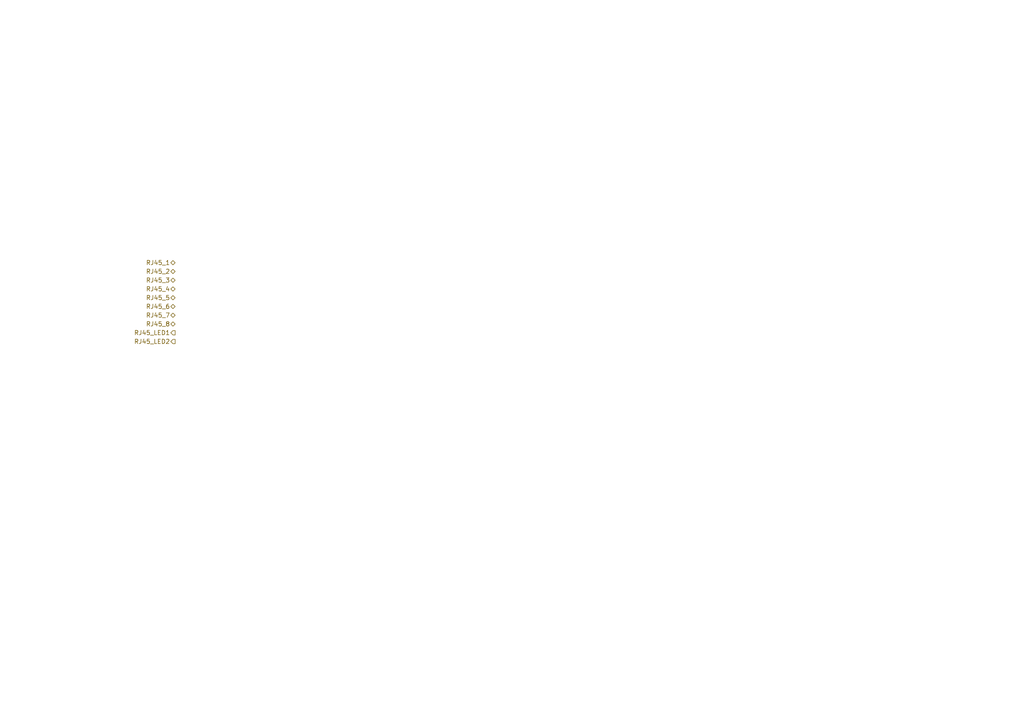
<source format=kicad_sch>
(kicad_sch
	(version 20231120)
	(generator "eeschema")
	(generator_version "8.0")
	(uuid "6035e8f9-9265-4827-a399-c86b4c4dba71")
	(paper "A4")
	(lib_symbols)
	(hierarchical_label "RJ45_7"
		(shape bidirectional)
		(at 50.8 91.44 180)
		(effects
			(font
				(size 1.27 1.27)
			)
			(justify right)
		)
		(uuid "24344bbc-b6f0-4c3f-aa44-ad58f3c24866")
	)
	(hierarchical_label "RJ45_LED1"
		(shape output)
		(at 50.8 96.52 180)
		(effects
			(font
				(size 1.27 1.27)
			)
			(justify right)
		)
		(uuid "538ba01d-e48f-40ae-b7f6-8f1e631445d5")
	)
	(hierarchical_label "RJ45_2"
		(shape bidirectional)
		(at 50.8 78.74 180)
		(effects
			(font
				(size 1.27 1.27)
			)
			(justify right)
		)
		(uuid "6862cbd2-a704-482a-808a-e057f2f7232a")
	)
	(hierarchical_label "RJ45_3"
		(shape bidirectional)
		(at 50.8 81.28 180)
		(effects
			(font
				(size 1.27 1.27)
			)
			(justify right)
		)
		(uuid "810cd363-8fd6-4401-8d38-0b3f41d62f99")
	)
	(hierarchical_label "RJ45_1"
		(shape bidirectional)
		(at 50.8 76.2 180)
		(effects
			(font
				(size 1.27 1.27)
			)
			(justify right)
		)
		(uuid "844938d2-f82b-44a8-96ab-219cf3ea68ff")
	)
	(hierarchical_label "RJ45_5"
		(shape bidirectional)
		(at 50.8 86.36 180)
		(effects
			(font
				(size 1.27 1.27)
			)
			(justify right)
		)
		(uuid "9217d991-e2f7-4369-acc1-81b435782ac4")
	)
	(hierarchical_label "RJ45_4"
		(shape bidirectional)
		(at 50.8 83.82 180)
		(effects
			(font
				(size 1.27 1.27)
			)
			(justify right)
		)
		(uuid "a534ea0c-688b-4367-96c2-75bae174303d")
	)
	(hierarchical_label "RJ45_8"
		(shape bidirectional)
		(at 50.8 93.98 180)
		(effects
			(font
				(size 1.27 1.27)
			)
			(justify right)
		)
		(uuid "c5bd6cbc-0a40-4383-bdb8-66c43c369248")
	)
	(hierarchical_label "RJ45_6"
		(shape bidirectional)
		(at 50.8 88.9 180)
		(effects
			(font
				(size 1.27 1.27)
			)
			(justify right)
		)
		(uuid "fadfaae1-425d-4347-9798-f729361c2cb0")
	)
	(hierarchical_label "RJ45_LED2"
		(shape output)
		(at 50.8 99.06 180)
		(effects
			(font
				(size 1.27 1.27)
			)
			(justify right)
		)
		(uuid "fe4392a0-b5ff-4466-8f04-5b1917eec368")
	)
)

</source>
